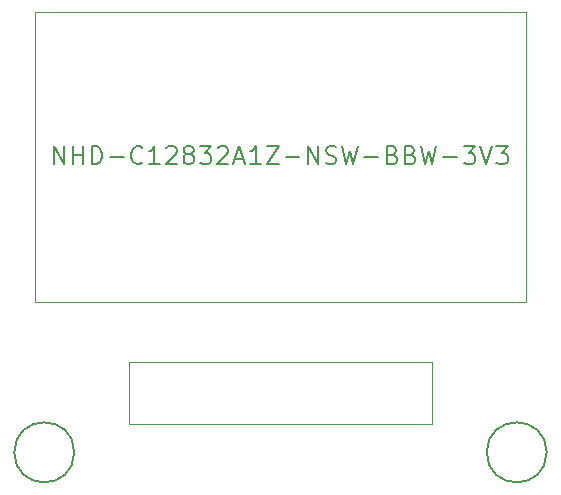
<source format=gto>
G04 (created by PCBNEW (2013-07-07 BZR 4022)-stable) date 2015-03-08 11:58:22 PM*
%MOIN*%
G04 Gerber Fmt 3.4, Leading zero omitted, Abs format*
%FSLAX34Y34*%
G01*
G70*
G90*
G04 APERTURE LIST*
%ADD10C,0.00590551*%
%ADD11C,0.00393701*%
G04 APERTURE END LIST*
G54D10*
G54D11*
X70551Y-42224D02*
X86929Y-42224D01*
X86929Y-42224D02*
X86929Y-32578D01*
X86929Y-32578D02*
X70551Y-32578D01*
X70551Y-32578D02*
X70551Y-42224D01*
X83779Y-46314D02*
X83779Y-44236D01*
X83779Y-44236D02*
X73700Y-44236D01*
X73700Y-44236D02*
X73700Y-46314D01*
X73700Y-46314D02*
X83779Y-46314D01*
G54D10*
X71866Y-47244D02*
G75*
G03X71866Y-47244I-1000J0D01*
G74*
G01*
X87614Y-47244D02*
G75*
G03X87614Y-47244I-1000J0D01*
G74*
G01*
X71197Y-37644D02*
X71197Y-37044D01*
X71540Y-37644D01*
X71540Y-37044D01*
X71825Y-37644D02*
X71825Y-37044D01*
X71825Y-37330D02*
X72168Y-37330D01*
X72168Y-37644D02*
X72168Y-37044D01*
X72454Y-37644D02*
X72454Y-37044D01*
X72597Y-37044D01*
X72683Y-37073D01*
X72740Y-37130D01*
X72768Y-37187D01*
X72797Y-37301D01*
X72797Y-37387D01*
X72768Y-37501D01*
X72740Y-37558D01*
X72683Y-37615D01*
X72597Y-37644D01*
X72454Y-37644D01*
X73054Y-37415D02*
X73511Y-37415D01*
X74140Y-37587D02*
X74111Y-37615D01*
X74025Y-37644D01*
X73968Y-37644D01*
X73883Y-37615D01*
X73825Y-37558D01*
X73797Y-37501D01*
X73768Y-37387D01*
X73768Y-37301D01*
X73797Y-37187D01*
X73825Y-37130D01*
X73883Y-37073D01*
X73968Y-37044D01*
X74025Y-37044D01*
X74111Y-37073D01*
X74140Y-37101D01*
X74711Y-37644D02*
X74368Y-37644D01*
X74540Y-37644D02*
X74540Y-37044D01*
X74483Y-37130D01*
X74425Y-37187D01*
X74368Y-37215D01*
X74940Y-37101D02*
X74968Y-37073D01*
X75025Y-37044D01*
X75168Y-37044D01*
X75225Y-37073D01*
X75254Y-37101D01*
X75283Y-37158D01*
X75283Y-37215D01*
X75254Y-37301D01*
X74911Y-37644D01*
X75283Y-37644D01*
X75625Y-37301D02*
X75568Y-37273D01*
X75540Y-37244D01*
X75511Y-37187D01*
X75511Y-37158D01*
X75540Y-37101D01*
X75568Y-37073D01*
X75625Y-37044D01*
X75740Y-37044D01*
X75797Y-37073D01*
X75825Y-37101D01*
X75854Y-37158D01*
X75854Y-37187D01*
X75825Y-37244D01*
X75797Y-37273D01*
X75740Y-37301D01*
X75625Y-37301D01*
X75568Y-37330D01*
X75540Y-37358D01*
X75511Y-37415D01*
X75511Y-37530D01*
X75540Y-37587D01*
X75568Y-37615D01*
X75625Y-37644D01*
X75740Y-37644D01*
X75797Y-37615D01*
X75825Y-37587D01*
X75854Y-37530D01*
X75854Y-37415D01*
X75825Y-37358D01*
X75797Y-37330D01*
X75740Y-37301D01*
X76054Y-37044D02*
X76425Y-37044D01*
X76225Y-37273D01*
X76311Y-37273D01*
X76368Y-37301D01*
X76397Y-37330D01*
X76425Y-37387D01*
X76425Y-37530D01*
X76397Y-37587D01*
X76368Y-37615D01*
X76311Y-37644D01*
X76140Y-37644D01*
X76083Y-37615D01*
X76054Y-37587D01*
X76654Y-37101D02*
X76683Y-37073D01*
X76740Y-37044D01*
X76883Y-37044D01*
X76940Y-37073D01*
X76968Y-37101D01*
X76997Y-37158D01*
X76997Y-37215D01*
X76968Y-37301D01*
X76625Y-37644D01*
X76997Y-37644D01*
X77225Y-37473D02*
X77511Y-37473D01*
X77168Y-37644D02*
X77368Y-37044D01*
X77568Y-37644D01*
X78083Y-37644D02*
X77740Y-37644D01*
X77911Y-37644D02*
X77911Y-37044D01*
X77854Y-37130D01*
X77797Y-37187D01*
X77740Y-37215D01*
X78283Y-37044D02*
X78683Y-37044D01*
X78283Y-37644D01*
X78683Y-37644D01*
X78911Y-37415D02*
X79368Y-37415D01*
X79654Y-37644D02*
X79654Y-37044D01*
X79997Y-37644D01*
X79997Y-37044D01*
X80254Y-37615D02*
X80340Y-37644D01*
X80483Y-37644D01*
X80540Y-37615D01*
X80568Y-37587D01*
X80597Y-37530D01*
X80597Y-37473D01*
X80568Y-37415D01*
X80540Y-37387D01*
X80483Y-37358D01*
X80368Y-37330D01*
X80311Y-37301D01*
X80283Y-37273D01*
X80254Y-37215D01*
X80254Y-37158D01*
X80283Y-37101D01*
X80311Y-37073D01*
X80368Y-37044D01*
X80511Y-37044D01*
X80597Y-37073D01*
X80797Y-37044D02*
X80940Y-37644D01*
X81054Y-37215D01*
X81168Y-37644D01*
X81311Y-37044D01*
X81540Y-37415D02*
X81997Y-37415D01*
X82483Y-37330D02*
X82568Y-37358D01*
X82597Y-37387D01*
X82625Y-37444D01*
X82625Y-37530D01*
X82597Y-37587D01*
X82568Y-37615D01*
X82511Y-37644D01*
X82283Y-37644D01*
X82283Y-37044D01*
X82483Y-37044D01*
X82540Y-37073D01*
X82568Y-37101D01*
X82597Y-37158D01*
X82597Y-37215D01*
X82568Y-37273D01*
X82540Y-37301D01*
X82483Y-37330D01*
X82283Y-37330D01*
X83083Y-37330D02*
X83168Y-37358D01*
X83197Y-37387D01*
X83225Y-37444D01*
X83225Y-37530D01*
X83197Y-37587D01*
X83168Y-37615D01*
X83111Y-37644D01*
X82883Y-37644D01*
X82883Y-37044D01*
X83083Y-37044D01*
X83140Y-37073D01*
X83168Y-37101D01*
X83197Y-37158D01*
X83197Y-37215D01*
X83168Y-37273D01*
X83140Y-37301D01*
X83083Y-37330D01*
X82883Y-37330D01*
X83425Y-37044D02*
X83568Y-37644D01*
X83683Y-37215D01*
X83797Y-37644D01*
X83940Y-37044D01*
X84168Y-37415D02*
X84625Y-37415D01*
X84854Y-37044D02*
X85225Y-37044D01*
X85025Y-37273D01*
X85111Y-37273D01*
X85168Y-37301D01*
X85197Y-37330D01*
X85225Y-37387D01*
X85225Y-37530D01*
X85197Y-37587D01*
X85168Y-37615D01*
X85111Y-37644D01*
X84940Y-37644D01*
X84883Y-37615D01*
X84854Y-37587D01*
X85397Y-37044D02*
X85597Y-37644D01*
X85797Y-37044D01*
X85940Y-37044D02*
X86311Y-37044D01*
X86111Y-37273D01*
X86197Y-37273D01*
X86254Y-37301D01*
X86283Y-37330D01*
X86311Y-37387D01*
X86311Y-37530D01*
X86283Y-37587D01*
X86254Y-37615D01*
X86197Y-37644D01*
X86025Y-37644D01*
X85968Y-37615D01*
X85940Y-37587D01*
M02*

</source>
